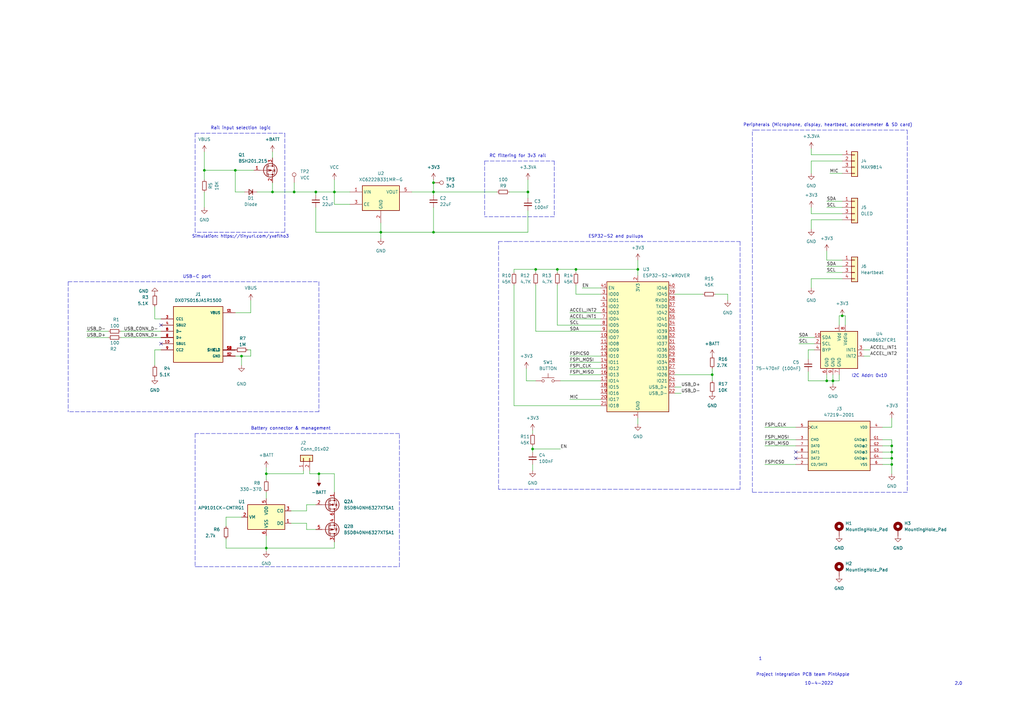
<source format=kicad_sch>
(kicad_sch (version 20211123) (generator eeschema)
  (paper "A3")
  (lib_symbols
    (symbol "47219-2001:47219-2001" (pin_names (offset 1.016))
      (property "Reference" "J" (at -12.7 10.922 0))
      (property "Value" "47219-2001" (at -12.7 -11.938 0))
      (symbol "47219-2001_0_0"
        (rectangle (start -12.7 -10.16) (end 12.7 10.16) (stroke (width 0.254)) (fill (type background)))
        (pin bidirectional line (at -17.78 -5.08 0) (length 5.08) (name "DAT2") (number "1"))
        (pin bidirectional line (at -17.78 -7.62 0) (length 5.08) (name "CD/DAT3") (number "2"))
        (pin bidirectional line (at -17.78 2.54 0) (length 5.08) (name "CMD") (number "3"))
        (pin power_in line (at 17.78 7.62 180) (length 5.08) (name "VDD") (number "4"))
        (pin input clock (at -17.78 7.62 0) (length 5.08) (name "CLK") (number "5"))
        (pin power_in line (at 17.78 -7.62 180) (length 5.08) (name "VSS") (number "6"))
        (pin bidirectional line (at -17.78 0 0) (length 5.08) (name "DAT0") (number "7"))
        (pin bidirectional line (at -17.78 -2.54 0) (length 5.08) (name "DAT1") (number "8"))
        (pin power_in line (at 17.78 2.54 180) (length 5.08) (name "GND@1") (number "G1"))
        (pin power_in line (at 17.78 0 180) (length 5.08) (name "GND@2") (number "G2"))
        (pin power_in line (at 17.78 -2.54 180) (length 5.08) (name "GND@3") (number "G3"))
        (pin power_in line (at 17.78 -5.08 180) (length 5.08) (name "GND@4") (number "G4"))
      )
    )
    (symbol "Battery_Management:AP9101CK6"
      (property "Reference" "U" (at -7.62 6.35 0))
      (property "Value" "AP9101CK6" (at 7.62 6.35 0))
      (symbol "AP9101CK6_0_1"
        (rectangle (start -7.62 5.08) (end 7.62 -5.08) (stroke (width 0.254)) (fill (type background)))
      )
      (symbol "AP9101CK6_1_1"
        (pin output line (at 10.16 -2.54 180) (length 2.54) (name "DO") (number "1"))
        (pin passive line (at -10.16 0 0) (length 2.54) (name "VM") (number "2"))
        (pin output line (at 10.16 2.54 180) (length 2.54) (name "CO") (number "3"))
        (pin no_connect line (at -7.62 -2.54 0) (length 2.54) hide (name "NC") (number "4"))
        (pin power_in line (at 0 7.62 270) (length 2.54) (name "VDD") (number "5"))
        (pin power_in line (at 0 -7.62 90) (length 2.54) (name "VSS") (number "6"))
      )
    )
    (symbol "Connector:TestPoint" (pin_numbers hide) (pin_names (offset 0.762) hide)
      (property "Reference" "TP" (at 0 6.858 0))
      (property "Value" "TestPoint" (at 0 5.08 0))
      (symbol "TestPoint_0_1"
        (circle (center 0 3.302) (radius 0.762))
      )
      (symbol "TestPoint_1_1"
        (pin passive line (at 0 0 90) (length 2.54) (name "1") (number "1"))
      )
    )
    (symbol "Connector_Generic:Conn_01x02" (pin_names (offset 1.016) hide)
      (property "Reference" "J" (at 0 2.54 0))
      (property "Value" "Conn_01x02" (at 0 -5.08 0))
      (symbol "Conn_01x02_1_1"
        (rectangle (start -1.27 -2.413) (end 0 -2.667) (stroke (width 0.1524)))
        (rectangle (start -1.27 0.127) (end 0 -0.127) (stroke (width 0.1524)))
        (rectangle (start -1.27 1.27) (end 1.27 -3.81) (stroke (width 0.254)) (fill (type background)))
        (pin passive line (at -5.08 0 0) (length 3.81) (name "Pin_1") (number "1"))
        (pin passive line (at -5.08 -2.54 0) (length 3.81) (name "Pin_2") (number "2"))
      )
    )
    (symbol "Connector_Generic:Conn_01x04" (pin_names (offset 1.016) hide)
      (property "Reference" "J" (at 0 5.08 0))
      (property "Value" "Conn_01x04" (at 0 -7.62 0))
      (symbol "Conn_01x04_1_1"
        (rectangle (start -1.27 -4.953) (end 0 -5.207) (stroke (width 0.1524)))
        (rectangle (start -1.27 -2.413) (end 0 -2.667) (stroke (width 0.1524)))
        (rectangle (start -1.27 0.127) (end 0 -0.127) (stroke (width 0.1524)))
        (rectangle (start -1.27 2.667) (end 0 2.413) (stroke (width 0.1524)))
        (rectangle (start -1.27 3.81) (end 1.27 -6.35) (stroke (width 0.254)) (fill (type background)))
        (pin passive line (at -5.08 2.54 0) (length 3.81) (name "Pin_1") (number "1"))
        (pin passive line (at -5.08 0 0) (length 3.81) (name "Pin_2") (number "2"))
        (pin passive line (at -5.08 -2.54 0) (length 3.81) (name "Pin_3") (number "3"))
        (pin passive line (at -5.08 -5.08 0) (length 3.81) (name "Pin_4") (number "4"))
      )
    )
    (symbol "Device:C_Small" (pin_numbers hide) (pin_names (offset 0.254) hide)
      (property "Reference" "C" (at 0.254 1.778 0))
      (property "Value" "C_Small" (at 0.254 -2.032 0))
      (symbol "C_Small_0_1"
        (polyline (pts (xy -1.524 -0.508) (xy 1.524 -0.508)) (stroke (width 0.3302)))
        (polyline (pts (xy -1.524 0.508) (xy 1.524 0.508)) (stroke (width 0.3048)))
      )
      (symbol "C_Small_1_1"
        (pin passive line (at 0 2.54 270) (length 2.032) (name "~") (number "1"))
        (pin passive line (at 0 -2.54 90) (length 2.032) (name "~") (number "2"))
      )
    )
    (symbol "Device:D_Small" (pin_numbers hide) (pin_names (offset 0.254) hide)
      (property "Reference" "D" (at -1.27 2.032 0))
      (property "Value" "D_Small" (at -3.81 -2.032 0))
      (symbol "D_Small_0_1"
        (polyline (pts (xy -0.762 -1.016) (xy -0.762 1.016)) (stroke (width 0.254)))
        (polyline (pts (xy -0.762 0) (xy 0.762 0)))
        (polyline (pts (xy 0.762 -1.016) (xy -0.762 0) (xy 0.762 1.016) (xy 0.762 -1.016)) (stroke (width 0.254)))
      )
      (symbol "D_Small_1_1"
        (pin passive line (at -2.54 0 0) (length 1.778) (name "K") (number "1"))
        (pin passive line (at 2.54 0 180) (length 1.778) (name "A") (number "2"))
      )
    )
    (symbol "Device:R_Small" (pin_numbers hide) (pin_names (offset 0.254) hide)
      (property "Reference" "R" (at 0.762 0.508 0))
      (property "Value" "R_Small" (at 0.762 -1.016 0))
      (symbol "R_Small_0_1"
        (rectangle (start -0.762 1.778) (end 0.762 -1.778) (stroke (width 0.2032)))
      )
      (symbol "R_Small_1_1"
        (pin passive line (at 0 2.54 270) (length 0.762) (name "~") (number "1"))
        (pin passive line (at 0 -2.54 90) (length 0.762) (name "~") (number "2"))
      )
    )
    (symbol "Mechanical:MountingHole_Pad" (pin_numbers hide) (pin_names (offset 1.016) hide)
      (property "Reference" "H" (at 0 6.35 0))
      (property "Value" "MountingHole_Pad" (at 0 4.445 0))
      (symbol "MountingHole_Pad_0_1"
        (circle (center 0 1.27) (radius 1.27) (stroke (width 1.27)))
      )
      (symbol "MountingHole_Pad_1_1"
        (pin input line (at 0 -2.54 90) (length 2.54) (name "1") (number "1"))
      )
    )
    (symbol "RF_Module:ESP32-S2-WROVER"
      (property "Reference" "U" (at -12.7 29.21 0))
      (property "Value" "ESP32-S2-WROVER" (at 2.54 29.21 0))
      (symbol "ESP32-S2-WROVER_0_1"
        (rectangle (start -12.7 27.94) (end 12.7 -25.4) (stroke (width 0.254)) (fill (type background)))
      )
      (symbol "ESP32-S2-WROVER_1_1"
        (pin power_in line (at 0 -27.94 90) (length 2.54) (name "GND") (number "1"))
        (pin bidirectional line (at -15.24 5.08 0) (length 2.54) (name "IO07") (number "10"))
        (pin bidirectional line (at -15.24 2.54 0) (length 2.54) (name "IO08") (number "11"))
        (pin bidirectional line (at -15.24 0 0) (length 2.54) (name "IO09") (number "12"))
        (pin bidirectional line (at -15.24 -2.54 0) (length 2.54) (name "IO10") (number "13"))
        (pin bidirectional line (at -15.24 -5.08 0) (length 2.54) (name "IO11") (number "14"))
        (pin bidirectional line (at -15.24 -7.62 0) (length 2.54) (name "IO12") (number "15"))
        (pin bidirectional line (at -15.24 -10.16 0) (length 2.54) (name "IO13") (number "16"))
        (pin bidirectional line (at -15.24 -12.7 0) (length 2.54) (name "IO14") (number "17"))
        (pin bidirectional line (at -15.24 -15.24 0) (length 2.54) (name "IO15") (number "18"))
        (pin bidirectional line (at -15.24 -17.78 0) (length 2.54) (name "IO16") (number "19"))
        (pin power_in line (at 0 30.48 270) (length 2.54) (name "3V3") (number "2"))
        (pin bidirectional line (at -15.24 -20.32 0) (length 2.54) (name "IO17") (number "20"))
        (pin bidirectional line (at -15.24 -22.86 0) (length 2.54) (name "IO18") (number "21"))
        (pin bidirectional line (at 15.24 -17.78 180) (length 2.54) (name "USB_D-") (number "22"))
        (pin bidirectional line (at 15.24 -15.24 180) (length 2.54) (name "USB_D+") (number "23"))
        (pin bidirectional line (at 15.24 -12.7 180) (length 2.54) (name "IO21") (number "24"))
        (pin bidirectional line (at 15.24 -10.16 180) (length 2.54) (name "IO26") (number "25"))
        (pin passive line (at 0 -27.94 90) (length 2.54) hide (name "GND") (number "26"))
        (pin bidirectional line (at 15.24 -7.62 180) (length 2.54) (name "IO33") (number "27"))
        (pin bidirectional line (at 15.24 -5.08 180) (length 2.54) (name "IO34") (number "28"))
        (pin bidirectional line (at 15.24 -2.54 180) (length 2.54) (name "IO35") (number "29"))
        (pin bidirectional line (at -15.24 22.86 0) (length 2.54) (name "IO00") (number "3"))
        (pin bidirectional line (at 15.24 0 180) (length 2.54) (name "IO36") (number "30"))
        (pin bidirectional line (at 15.24 2.54 180) (length 2.54) (name "IO37") (number "31"))
        (pin bidirectional line (at 15.24 5.08 180) (length 2.54) (name "IO38") (number "32"))
        (pin bidirectional line (at 15.24 7.62 180) (length 2.54) (name "IO39") (number "33"))
        (pin bidirectional line (at 15.24 10.16 180) (length 2.54) (name "IO40") (number "34"))
        (pin bidirectional line (at 15.24 12.7 180) (length 2.54) (name "IO41") (number "35"))
        (pin bidirectional line (at 15.24 15.24 180) (length 2.54) (name "IO42") (number "36"))
        (pin bidirectional line (at 15.24 17.78 180) (length 2.54) (name "TXD0") (number "37"))
        (pin bidirectional line (at 15.24 20.32 180) (length 2.54) (name "RXD0") (number "38"))
        (pin bidirectional line (at 15.24 22.86 180) (length 2.54) (name "IO45") (number "39"))
        (pin bidirectional line (at -15.24 20.32 0) (length 2.54) (name "IO01") (number "4"))
        (pin input line (at 15.24 25.4 180) (length 2.54) (name "IO46") (number "40"))
        (pin input line (at -15.24 25.4 0) (length 2.54) (name "EN") (number "41"))
        (pin passive line (at 0 -27.94 90) (length 2.54) hide (name "GND") (number "42"))
        (pin passive line (at 0 -27.94 90) (length 2.54) hide (name "GND") (number "43"))
        (pin bidirectional line (at -15.24 17.78 0) (length 2.54) (name "IO02") (number "5"))
        (pin bidirectional line (at -15.24 15.24 0) (length 2.54) (name "IO03") (number "6"))
        (pin bidirectional line (at -15.24 12.7 0) (length 2.54) (name "IO04") (number "7"))
        (pin bidirectional line (at -15.24 10.16 0) (length 2.54) (name "IO05") (number "8"))
        (pin bidirectional line (at -15.24 7.62 0) (length 2.54) (name "IO06") (number "9"))
      )
    )
    (symbol "Regulator_Linear:XC6220B331MR"
      (property "Reference" "U" (at 0 8.89 0))
      (property "Value" "XC6220B331MR" (at 0 6.35 0))
      (symbol "XC6220B331MR_0_1"
        (rectangle (start -7.62 5.08) (end 7.62 -5.08) (stroke (width 0.254)) (fill (type background)))
      )
      (symbol "XC6220B331MR_1_1"
        (pin power_in line (at -12.7 2.54 0) (length 5.08) (name "VIN") (number "1"))
        (pin power_in line (at 0 -10.16 90) (length 5.08) (name "GND") (number "2"))
        (pin input line (at -12.7 -2.54 0) (length 5.08) (name "CE") (number "3"))
        (pin no_connect line (at 12.7 -2.54 180) (length 5.08) hide (name "NC") (number "4"))
        (pin power_out line (at 12.7 2.54 180) (length 5.08) (name "VOUT") (number "5"))
      )
    )
    (symbol "Sensor_Motion:MMA8653FCR1"
      (property "Reference" "U" (at -7.62 8.89 0))
      (property "Value" "MMA8653FCR1" (at 1.27 -8.89 0))
      (symbol "MMA8653FCR1_0_1"
        (rectangle (start -7.62 7.62) (end 7.62 -7.62) (stroke (width 0.254)) (fill (type background)))
      )
      (symbol "MMA8653FCR1_1_1"
        (pin power_in line (at 0 10.16 270) (length 2.54) (name "Vdd") (number "1"))
        (pin input line (at -10.16 5.08 0) (length 2.54) (name "SDA") (number "10"))
        (pin input line (at -10.16 2.54 0) (length 2.54) (name "SCL") (number "2"))
        (pin output line (at 10.16 0 180) (length 2.54) (name "INT1") (number "3"))
        (pin input line (at -10.16 0 0) (length 2.54) (name "BYP") (number "4"))
        (pin output line (at 10.16 -2.54 180) (length 2.54) (name "INT2") (number "5"))
        (pin power_in line (at -5.08 -10.16 90) (length 2.54) (name "GND") (number "6"))
        (pin power_in line (at 0 -10.16 90) (length 2.54) (name "GND") (number "7"))
        (pin power_in line (at 2.54 10.16 270) (length 2.54) (name "Vddio") (number "8"))
        (pin power_in line (at -2.54 -10.16 90) (length 2.54) (name "GND") (number "9"))
      )
    )
    (symbol "Switch:SW_Push" (pin_numbers hide) (pin_names (offset 1.016) hide)
      (property "Reference" "SW" (at 1.27 2.54 0))
      (property "Value" "SW_Push" (at 0 -1.524 0))
      (symbol "SW_Push_0_1"
        (circle (center -2.032 0) (radius 0.508))
        (polyline (pts (xy 0 1.27) (xy 0 3.048)))
        (polyline (pts (xy 2.54 1.27) (xy -2.54 1.27)))
        (circle (center 2.032 0) (radius 0.508))
        (pin passive line (at -5.08 0 0) (length 2.54) (name "1") (number "1"))
        (pin passive line (at 5.08 0 180) (length 2.54) (name "2") (number "2"))
      )
    )
    (symbol "Transistor_FET:AO3401A" (pin_names hide)
      (property "Reference" "Q" (at 5.08 1.905 0))
      (property "Value" "AO3401A" (at 5.08 0 0))
      (symbol "AO3401A_0_1"
        (polyline (pts (xy 0.254 0) (xy -2.54 0)))
        (polyline (pts (xy 0.254 1.905) (xy 0.254 -1.905)) (stroke (width 0.254)))
        (polyline (pts (xy 0.762 -1.27) (xy 0.762 -2.286)) (stroke (width 0.254)))
        (polyline (pts (xy 0.762 0.508) (xy 0.762 -0.508)) (stroke (width 0.254)))
        (polyline (pts (xy 0.762 2.286) (xy 0.762 1.27)) (stroke (width 0.254)))
        (polyline (pts (xy 2.54 2.54) (xy 2.54 1.778)))
        (polyline (pts (xy 2.54 -2.54) (xy 2.54 0) (xy 0.762 0)))
        (polyline (pts (xy 0.762 1.778) (xy 3.302 1.778) (xy 3.302 -1.778) (xy 0.762 -1.778)))
        (polyline (pts (xy 2.286 0) (xy 1.27 0.381) (xy 1.27 -0.381) (xy 2.286 0)) (fill (type outline)))
        (polyline (pts (xy 2.794 -0.508) (xy 2.921 -0.381) (xy 3.683 -0.381) (xy 3.81 -0.254)))
        (polyline (pts (xy 3.302 -0.381) (xy 2.921 0.254) (xy 3.683 0.254) (xy 3.302 -0.381)))
        (circle (center 1.651 0) (radius 2.794) (stroke (width 0.254)))
        (circle (center 2.54 -1.778) (radius 0.254) (fill (type outline)))
        (circle (center 2.54 1.778) (radius 0.254) (fill (type outline)))
      )
      (symbol "AO3401A_1_1"
        (pin input line (at -5.08 0 0) (length 2.54) (name "G") (number "1"))
        (pin passive line (at 2.54 -5.08 90) (length 2.54) (name "S") (number "2"))
        (pin passive line (at 2.54 5.08 270) (length 2.54) (name "D") (number "3"))
      )
    )
    (symbol "Transistor_FET:BSD235C" (pin_names hide)
      (property "Reference" "Q" (at 5.08 2.54 0))
      (property "Value" "BSD235C" (at 5.08 0 0))
      (symbol "BSD235C_1_1"
        (polyline (pts (xy 0.254 -1.905) (xy 0.254 1.905)) (stroke (width 0.254)))
        (polyline (pts (xy 0.254 0) (xy -2.54 0)))
        (polyline (pts (xy 0.762 -2.286) (xy 0.762 -1.27)) (stroke (width 0.254)))
        (polyline (pts (xy 0.762 -0.508) (xy 0.762 0.508)) (stroke (width 0.254)))
        (polyline (pts (xy 0.762 1.27) (xy 0.762 2.286)) (stroke (width 0.254)))
        (polyline (pts (xy 2.54 1.905) (xy 2.54 2.54)))
        (polyline (pts (xy 2.54 -2.54) (xy 2.54 0) (xy 0.762 0)))
        (polyline (pts (xy 0.762 1.778) (xy 3.302 1.778) (xy 3.302 -1.778) (xy 0.762 -1.778)))
        (polyline (pts (xy 1.016 0) (xy 2.032 -0.381) (xy 2.032 0.381) (xy 1.016 0)) (fill (type outline)))
        (polyline (pts (xy 2.794 0.508) (xy 2.921 0.381) (xy 3.683 0.381) (xy 3.81 0.254)))
        (polyline (pts (xy 3.302 0.381) (xy 2.921 -0.254) (xy 3.683 -0.254) (xy 3.302 0.381)))
        (circle (center 1.651 0) (radius 2.794) (stroke (width 0.254)))
        (circle (center 2.54 -1.778) (radius 0.254) (fill (type outline)))
        (circle (center 2.54 1.778) (radius 0.254) (fill (type outline)))
        (pin passive line (at 2.54 -5.08 90) (length 2.54) (name "SN") (number "1"))
        (pin input line (at -5.08 0 0) (length 2.54) (name "GN") (number "2"))
        (pin passive line (at 2.54 5.08 270) (length 2.54) (name "DN") (number "6"))
      )
      (symbol "BSD235C_2_1"
        (polyline (pts (xy 0.254 0) (xy -2.54 0)))
        (polyline (pts (xy 0.254 1.905) (xy 0.254 -1.905)) (stroke (width 0.254)))
        (polyline (pts (xy 0.762 -1.27) (xy 0.762 -2.286)) (stroke (width 0.254)))
        (polyline (pts (xy 0.762 0.508) (xy 0.762 -0.508)) (stroke (width 0.254)))
        (polyline (pts (xy 0.762 2.286) (xy 0.762 1.27)) (stroke (width 0.254)))
        (polyline (pts (xy 2.54 -1.905) (xy 2.54 -2.54)))
        (polyline (pts (xy 2.54 2.54) (xy 2.54 0) (xy 0.762 0)))
        (polyline (pts (xy 0.762 -1.778) (xy 3.302 -1.778) (xy 3.302 1.778) (xy 0.762 1.778)))
        (polyline (pts (xy 2.286 0) (xy 1.27 -0.381) (xy 1.27 0.381) (xy 2.286 0)) (fill (type outline)))
        (polyline (pts (xy 2.794 0.508) (xy 2.921 0.381) (xy 3.683 0.381) (xy 3.81 0.254)))
        (polyline (pts (xy 3.302 0.381) (xy 2.921 -0.254) (xy 3.683 -0.254) (xy 3.302 0.381)))
        (circle (center 1.651 0) (radius 2.794) (stroke (width 0.254)))
        (circle (center 2.54 -1.778) (radius 0.254) (fill (type outline)))
        (circle (center 2.54 1.778) (radius 0.254) (fill (type outline)))
        (pin passive line (at 2.54 -5.08 90) (length 2.54) (name "DP") (number "3"))
        (pin passive line (at 2.54 5.08 270) (length 2.54) (name "SP") (number "4"))
        (pin input line (at -5.08 0 0) (length 2.54) (name "GP") (number "5"))
      )
    )
    (symbol "USB-C:DX07S016JA1R1500" (pin_names (offset 1.016))
      (property "Reference" "J" (at -10.16 11.43 0))
      (property "Value" "DX07S016JA1R1500" (at -10.16 -13.97 0))
      (symbol "DX07S016JA1R1500_0_0"
        (rectangle (start -10.16 -12.7) (end 10.16 10.16) (stroke (width 0.254)) (fill (type background)))
        (pin power_in line (at 15.24 -10.16 180) (length 5.08) (name "GND") (number "1"))
        (pin passive line (at -15.24 -5.08 0) (length 5.08) (name "SBU1") (number "10"))
        (pin power_in line (at 15.24 7.62 180) (length 5.08) (name "VBUS") (number "11"))
        (pin power_in line (at 15.24 -10.16 180) (length 5.08) (name "GND") (number "12"))
        (pin power_in line (at 15.24 7.62 180) (length 5.08) (name "VBUS") (number "2"))
        (pin passive line (at -15.24 5.08 0) (length 5.08) (name "CC1") (number "3"))
        (pin passive line (at -15.24 2.54 0) (length 5.08) (name "SBU2") (number "4"))
        (pin passive line (at -15.24 0 0) (length 5.08) (name "D-") (number "5"))
        (pin passive line (at -15.24 -2.54 0) (length 5.08) (name "D+") (number "6"))
        (pin passive line (at -15.24 -2.54 0) (length 5.08) (name "D+") (number "7"))
        (pin passive line (at -15.24 0 0) (length 5.08) (name "D-") (number "8"))
        (pin passive line (at -15.24 -7.62 0) (length 5.08) (name "CC2") (number "9"))
        (pin passive line (at 15.24 -7.62 180) (length 5.08) (name "SHIELD") (number "S1"))
        (pin passive line (at 15.24 -7.62 180) (length 5.08) (name "SHIELD") (number "S2"))
        (pin passive line (at 15.24 -7.62 180) (length 5.08) (name "SHIELD") (number "S3"))
        (pin passive line (at 15.24 -7.62 180) (length 5.08) (name "SHIELD") (number "S4"))
        (pin passive line (at 15.24 -7.62 180) (length 5.08) (name "SHIELD") (number "S5"))
        (pin passive line (at 15.24 -7.62 180) (length 5.08) (name "SHIELD") (number "S6"))
      )
    )
    (symbol "power:+3.3V" (power) (pin_names (offset 0))
      (property "Value" "+3.3V" (at 0 3.556 0))
      (symbol "+3.3V_0_1"
        (polyline (pts (xy -0.762 1.27) (xy 0 2.54)))
        (polyline (pts (xy 0 0) (xy 0 2.54)))
        (polyline (pts (xy 0 2.54) (xy 0.762 1.27)))
      )
      (symbol "+3.3V_1_1"
        (pin power_in line (at 0 0 90) (length 0) hide (name "+3V3") (number "1"))
      )
    )
    (symbol "power:+3.3VA" (power) (pin_names (offset 0))
      (property "Value" "+3.3VA" (at 0 3.556 0))
      (symbol "+3.3VA_0_1"
        (polyline (pts (xy -0.762 1.27) (xy 0 2.54)))
        (polyline (pts (xy 0 0) (xy 0 2.54)))
        (polyline (pts (xy 0 2.54) (xy 0.762 1.27)))
      )
      (symbol "+3.3VA_1_1"
        (pin power_in line (at 0 0 90) (length 0) hide (name "+3.3VA") (number "1"))
      )
    )
    (symbol "power:+BATT" (power) (pin_names (offset 0))
      (property "Value" "+BATT" (at 0 3.556 0))
      (symbol "+BATT_0_1"
        (polyline (pts (xy -0.762 1.27) (xy 0 2.54)))
        (polyline (pts (xy 0 0) (xy 0 2.54)))
        (polyline (pts (xy 0 2.54) (xy 0.762 1.27)))
      )
      (symbol "+BATT_1_1"
        (pin power_in line (at 0 0 90) (length 0) hide (name "+BATT") (number "1"))
      )
    )
    (symbol "power:-BATT" (power) (pin_names (offset 0))
      (property "Value" "-BATT" (at 0 3.556 0))
      (symbol "-BATT_0_1"
        (polyline (pts (xy 0 0) (xy 0 2.54)))
        (polyline (pts (xy 0.762 1.27) (xy -0.762 1.27) (xy 0 2.54) (xy 0.762 1.27)) (fill (type outline)))
      )
      (symbol "-BATT_1_1"
        (pin power_in line (at 0 0 90) (length 0) hide (name "-BATT") (number "1"))
      )
    )
    (symbol "power:GND" (power) (pin_names (offset 0))
      (property "Value" "GND" (at 0 -3.81 0))
      (symbol "GND_0_1"
        (polyline (pts (xy 0 0) (xy 0 -1.27) (xy 1.27 -1.27) (xy 0 -2.54) (xy -1.27 -1.27) (xy 0 -1.27)))
      )
      (symbol "GND_1_1"
        (pin power_in line (at 0 0 270) (length 0) hide (name "GND") (number "1"))
      )
    )
    (symbol "power:VBUS" (power) (pin_names (offset 0))
      (property "Value" "VBUS" (at 0 3.81 0))
      (symbol "VBUS_0_1"
        (polyline (pts (xy -0.762 1.27) (xy 0 2.54)))
        (polyline (pts (xy 0 0) (xy 0 2.54)))
        (polyline (pts (xy 0 2.54) (xy 0.762 1.27)))
      )
      (symbol "VBUS_1_1"
        (pin power_in line (at 0 0 90) (length 0) hide (name "VBUS") (number "1"))
      )
    )
    (symbol "power:VCC" (power) (pin_names (offset 0))
      (property "Value" "VCC" (at 0 3.81 0))
      (symbol "VCC_0_1"
        (polyline (pts (xy -0.762 1.27) (xy 0 2.54)))
        (polyline (pts (xy 0 0) (xy 0 2.54)))
        (polyline (pts (xy 0 2.54) (xy 0.762 1.27)))
      )
      (symbol "VCC_1_1"
        (pin power_in line (at 0 0 90) (length 0) hide (name "VCC") (number "1"))
      )
    )
  )
  (junction (at 365.76 187.96))
  (junction (at 261.62 110.49))
  (junction (at 219.71 110.49))
  (junction (at 137.16 78.74))
  (junction (at 99.06 146.05))
  (junction (at 292.1 153.67))
  (junction (at 109.22 194.31))
  (junction (at 177.8 95.25))
  (junction (at 228.6 110.49))
  (junction (at 96.52 69.85))
  (junction (at 339.09 156.21))
  (junction (at 218.44 184.15))
  (junction (at 345.44 129.54))
  (junction (at 236.22 110.49))
  (junction (at 365.76 182.88))
  (junction (at 111.76 78.74))
  (junction (at 177.8 74.93))
  (junction (at 130.81 194.31))
  (junction (at 129.54 78.74))
  (junction (at 120.65 78.74))
  (junction (at 341.63 156.21))
  (junction (at 109.22 224.79))
  (junction (at 365.76 185.42))
  (junction (at 156.21 95.25))
  (junction (at 365.76 190.5))
  (junction (at 177.8 78.74))
  (junction (at 83.82 69.85))
  (junction (at 216.535 78.74))
  (no_connect (at 326.39 185.42))
  (no_connect (at 326.39 187.96))
  (no_connect (at 66.04 133.35))
  (no_connect (at 66.04 140.97))
  (wire (pts (xy 219.71 110.49) (xy 219.71 111.76)))
  (wire (pts (xy 361.95 187.96) (xy 365.76 187.96)))
  (wire (pts (xy 210.82 110.49) (xy 219.71 110.49)))
  (wire (pts (xy 276.86 153.67) (xy 292.1 153.67)))
  (wire (pts (xy 236.22 110.49) (xy 261.62 110.49)))
  (wire (pts (xy 340.36 71.12) (xy 345.44 71.12)))
  (wire (pts (xy 238.76 118.11) (xy 246.38 118.11)))
  (wire (pts (xy 346.71 129.54) (xy 345.44 129.54)))
  (polyline (pts (xy 27.94 115.57) (xy 27.94 168.91)))
  (wire (pts (xy 339.09 102.87) (xy 339.09 106.68)))
  (wire (pts (xy 218.44 176.53) (xy 218.44 177.8)))
  (wire (pts (xy 215.9 156.21) (xy 219.71 156.21)))
  (wire (pts (xy 156.21 95.25) (xy 156.21 97.79)))
  (wire (pts (xy 292.1 153.67) (xy 292.1 151.13)))
  (wire (pts (xy 83.82 78.74) (xy 83.82 85.09)))
  (wire (pts (xy 92.71 215.9) (xy 92.71 212.09)))
  (wire (pts (xy 341.63 153.67) (xy 341.63 156.21)))
  (wire (pts (xy 101.6 143.51) (xy 102.87 143.51)))
  (wire (pts (xy 215.9 151.13) (xy 215.9 156.21)))
  (wire (pts (xy 332.74 66.04) (xy 332.74 71.12)))
  (polyline (pts (xy 303.53 99.06) (xy 303.53 200.66)))
  (wire (pts (xy 354.33 143.51) (xy 356.87 143.51)))
  (wire (pts (xy 229.87 156.21) (xy 246.38 156.21)))
  (wire (pts (xy 177.8 85.09) (xy 177.8 95.25)))
  (polyline (pts (xy 227.33 66.04) (xy 227.33 88.9)))
  (wire (pts (xy 341.63 156.21) (xy 341.63 157.48)))
  (polyline (pts (xy 130.81 115.57) (xy 130.81 168.91)))
  (polyline (pts (xy 372.11 53.34) (xy 372.11 201.93)))
  (wire (pts (xy 261.62 106.68) (xy 261.62 110.49)))
  (polyline (pts (xy 204.47 99.06) (xy 208.28 99.06)))
  (polyline (pts (xy 204.47 200.66) (xy 204.47 99.06)))
  (wire (pts (xy 219.71 135.89) (xy 246.38 135.89)))
  (polyline (pts (xy 198.755 66.04) (xy 227.33 66.04)))
  (wire (pts (xy 216.535 95.25) (xy 177.8 95.25)))
  (wire (pts (xy 233.68 151.13) (xy 246.38 151.13)))
  (wire (pts (xy 233.68 163.83) (xy 246.38 163.83)))
  (wire (pts (xy 111.76 78.74) (xy 111.76 74.93)))
  (wire (pts (xy 137.16 222.25) (xy 137.16 224.79)))
  (wire (pts (xy 216.535 73.66) (xy 216.535 78.74)))
  (wire (pts (xy 361.95 180.34) (xy 365.76 180.34)))
  (wire (pts (xy 130.81 194.31) (xy 130.81 196.85)))
  (wire (pts (xy 236.22 111.76) (xy 236.22 110.49)))
  (wire (pts (xy 339.09 111.76) (xy 345.44 111.76)))
  (wire (pts (xy 313.69 190.5) (xy 326.39 190.5)))
  (wire (pts (xy 344.17 156.21) (xy 341.63 156.21)))
  (wire (pts (xy 137.16 194.31) (xy 137.16 201.93)))
  (wire (pts (xy 127 193.04) (xy 127 194.31)))
  (polyline (pts (xy 81.28 232.41) (xy 163.83 232.41)))
  (polyline (pts (xy 303.53 200.66) (xy 204.47 200.66)))
  (wire (pts (xy 96.52 128.27) (xy 102.87 128.27)))
  (wire (pts (xy 102.87 143.51) (xy 102.87 146.05)))
  (wire (pts (xy 109.22 194.31) (xy 124.46 194.31)))
  (polyline (pts (xy 116.84 95.25) (xy 80.01 95.25)))
  (wire (pts (xy 92.71 220.98) (xy 92.71 224.79)))
  (wire (pts (xy 219.71 116.84) (xy 219.71 135.89)))
  (wire (pts (xy 96.52 69.85) (xy 96.52 78.74)))
  (wire (pts (xy 120.65 78.74) (xy 111.76 78.74)))
  (polyline (pts (xy 163.83 232.41) (xy 163.83 177.8)))
  (wire (pts (xy 137.16 73.66) (xy 137.16 78.74)))
  (wire (pts (xy 63.5 143.51) (xy 66.04 143.51)))
  (wire (pts (xy 137.16 78.74) (xy 143.51 78.74)))
  (wire (pts (xy 233.68 130.81) (xy 246.38 130.81)))
  (wire (pts (xy 99.06 146.05) (xy 99.06 149.86)))
  (wire (pts (xy 361.95 182.88) (xy 365.76 182.88)))
  (wire (pts (xy 125.73 207.01) (xy 129.54 207.01)))
  (polyline (pts (xy 163.83 177.8) (xy 80.01 177.8)))
  (wire (pts (xy 216.535 86.36) (xy 216.535 95.25)))
  (wire (pts (xy 218.44 184.15) (xy 229.87 184.15)))
  (wire (pts (xy 143.51 83.82) (xy 137.16 83.82)))
  (wire (pts (xy 346.71 133.35) (xy 346.71 129.54)))
  (wire (pts (xy 365.76 185.42) (xy 365.76 187.96)))
  (polyline (pts (xy 198.755 66.04) (xy 198.755 88.9)))
  (wire (pts (xy 361.95 175.26) (xy 365.76 175.26)))
  (wire (pts (xy 293.37 120.65) (xy 298.45 120.65)))
  (wire (pts (xy 177.8 78.74) (xy 203.835 78.74)))
  (wire (pts (xy 332.74 60.96) (xy 332.74 63.5)))
  (wire (pts (xy 292.1 156.21) (xy 292.1 153.67)))
  (wire (pts (xy 120.65 78.74) (xy 129.54 78.74)))
  (wire (pts (xy 125.73 209.55) (xy 125.73 207.01)))
  (wire (pts (xy 218.44 182.88) (xy 218.44 184.15)))
  (wire (pts (xy 331.47 156.21) (xy 339.09 156.21)))
  (wire (pts (xy 228.6 110.49) (xy 228.6 111.76)))
  (wire (pts (xy 228.6 116.84) (xy 228.6 133.35)))
  (wire (pts (xy 365.76 190.5) (xy 365.76 194.31)))
  (wire (pts (xy 210.82 116.84) (xy 210.82 166.37)))
  (wire (pts (xy 137.16 83.82) (xy 137.16 78.74)))
  (wire (pts (xy 216.535 78.74) (xy 216.535 81.28)))
  (wire (pts (xy 298.45 120.65) (xy 298.45 123.19)))
  (wire (pts (xy 361.95 185.42) (xy 365.76 185.42)))
  (wire (pts (xy 177.8 73.66) (xy 177.8 74.93)))
  (wire (pts (xy 210.82 166.37) (xy 246.38 166.37)))
  (wire (pts (xy 109.22 194.31) (xy 109.22 196.85)))
  (wire (pts (xy 354.33 146.05) (xy 356.87 146.05)))
  (wire (pts (xy 129.54 78.74) (xy 129.54 80.01)))
  (polyline (pts (xy 309.88 53.34) (xy 372.11 53.34)))
  (wire (pts (xy 261.62 171.45) (xy 261.62 173.99)))
  (wire (pts (xy 35.56 135.89) (xy 44.45 135.89)))
  (wire (pts (xy 233.68 146.05) (xy 246.38 146.05)))
  (wire (pts (xy 276.86 158.75) (xy 279.4 158.75)))
  (wire (pts (xy 345.44 66.04) (xy 332.74 66.04)))
  (wire (pts (xy 111.76 62.23) (xy 111.76 64.77)))
  (wire (pts (xy 331.47 143.51) (xy 331.47 147.32)))
  (wire (pts (xy 332.74 90.17) (xy 332.74 93.98)))
  (wire (pts (xy 49.53 138.43) (xy 66.04 138.43)))
  (wire (pts (xy 119.38 214.63) (xy 125.73 214.63)))
  (wire (pts (xy 339.09 82.55) (xy 345.44 82.55)))
  (wire (pts (xy 313.69 175.26) (xy 326.39 175.26)))
  (wire (pts (xy 334.01 143.51) (xy 331.47 143.51)))
  (wire (pts (xy 109.22 219.71) (xy 109.22 224.79)))
  (polyline (pts (xy 308.61 53.34) (xy 309.88 53.34)))
  (wire (pts (xy 92.71 224.79) (xy 109.22 224.79)))
  (wire (pts (xy 365.76 182.88) (xy 365.76 185.42)))
  (wire (pts (xy 120.65 74.93) (xy 120.65 78.74)))
  (wire (pts (xy 83.82 62.23) (xy 83.82 69.85)))
  (wire (pts (xy 105.41 78.74) (xy 111.76 78.74)))
  (wire (pts (xy 137.16 224.79) (xy 109.22 224.79)))
  (polyline (pts (xy 130.81 168.91) (xy 27.94 168.91)))
  (wire (pts (xy 83.82 69.85) (xy 83.82 73.66)))
  (wire (pts (xy 49.53 135.89) (xy 66.04 135.89)))
  (wire (pts (xy 233.68 153.67) (xy 246.38 153.67)))
  (polyline (pts (xy 80.01 232.41) (xy 81.28 232.41)))
  (wire (pts (xy 156.21 91.44) (xy 156.21 95.25)))
  (wire (pts (xy 228.6 110.49) (xy 236.22 110.49)))
  (wire (pts (xy 228.6 133.35) (xy 246.38 133.35)))
  (wire (pts (xy 96.52 69.85) (xy 104.14 69.85)))
  (wire (pts (xy 100.33 78.74) (xy 96.52 78.74)))
  (wire (pts (xy 331.47 152.4) (xy 331.47 156.21)))
  (wire (pts (xy 177.8 74.93) (xy 177.8 78.74)))
  (wire (pts (xy 332.74 63.5) (xy 345.44 63.5)))
  (wire (pts (xy 124.46 194.31) (xy 124.46 193.04)))
  (wire (pts (xy 327.66 138.43) (xy 334.01 138.43)))
  (polyline (pts (xy 372.11 201.93) (xy 308.61 201.93)))
  (wire (pts (xy 129.54 95.25) (xy 156.21 95.25)))
  (wire (pts (xy 218.44 184.15) (xy 218.44 185.42)))
  (wire (pts (xy 129.54 85.09) (xy 129.54 95.25)))
  (wire (pts (xy 208.915 78.74) (xy 216.535 78.74)))
  (wire (pts (xy 233.68 128.27) (xy 246.38 128.27)))
  (wire (pts (xy 332.74 87.63) (xy 345.44 87.63)))
  (wire (pts (xy 210.82 111.76) (xy 210.82 110.49)))
  (wire (pts (xy 233.68 148.59) (xy 246.38 148.59)))
  (wire (pts (xy 63.5 143.51) (xy 63.5 149.86)))
  (wire (pts (xy 344.17 153.67) (xy 344.17 156.21)))
  (wire (pts (xy 261.62 110.49) (xy 261.62 113.03)))
  (wire (pts (xy 276.86 161.29) (xy 279.4 161.29)))
  (wire (pts (xy 109.22 224.79) (xy 109.22 226.06)))
  (wire (pts (xy 345.44 90.17) (xy 332.74 90.17)))
  (wire (pts (xy 83.82 69.85) (xy 96.52 69.85)))
  (wire (pts (xy 339.09 85.09) (xy 345.44 85.09)))
  (wire (pts (xy 129.54 78.74) (xy 137.16 78.74)))
  (polyline (pts (xy 227.33 88.9) (xy 198.755 88.9)))
  (wire (pts (xy 35.56 138.43) (xy 44.45 138.43)))
  (wire (pts (xy 177.8 78.74) (xy 177.8 80.01)))
  (wire (pts (xy 313.69 182.88) (xy 326.39 182.88)))
  (wire (pts (xy 339.09 153.67) (xy 339.09 156.21)))
  (wire (pts (xy 219.71 110.49) (xy 228.6 110.49)))
  (wire (pts (xy 361.95 190.5) (xy 365.76 190.5)))
  (wire (pts (xy 125.73 214.63) (xy 125.73 217.17)))
  (polyline (pts (xy 308.61 201.93) (xy 308.61 53.34)))
  (wire (pts (xy 102.87 146.05) (xy 99.06 146.05)))
  (wire (pts (xy 313.69 180.34) (xy 326.39 180.34)))
  (wire (pts (xy 130.81 194.31) (xy 137.16 194.31)))
  (wire (pts (xy 332.74 114.3) (xy 332.74 118.11)))
  (wire (pts (xy 339.09 156.21) (xy 341.63 156.21)))
  (polyline (pts (xy 80.01 54.61) (xy 116.84 54.61)))
  (polyline (pts (xy 208.28 99.06) (xy 303.53 99.06)))
  (wire (pts (xy 92.71 212.09) (xy 99.06 212.09)))
  (wire (pts (xy 365.76 171.45) (xy 365.76 175.26)))
  (wire (pts (xy 344.17 133.35) (xy 344.17 129.54)))
  (wire (pts (xy 218.44 190.5) (xy 218.44 193.04)))
  (wire (pts (xy 102.87 128.27) (xy 102.87 123.19)))
  (polyline (pts (xy 80.01 54.61) (xy 80.01 95.25)))
  (wire (pts (xy 109.22 191.77) (xy 109.22 194.31)))
  (wire (pts (xy 125.73 217.17) (xy 129.54 217.17)))
  (wire (pts (xy 63.5 130.81) (xy 66.04 130.81)))
  (wire (pts (xy 365.76 180.34) (xy 365.76 182.88)))
  (wire (pts (xy 96.52 146.05) (xy 99.06 146.05)))
  (wire (pts (xy 365.76 187.96) (xy 365.76 190.5)))
  (wire (pts (xy 177.8 78.74) (xy 168.91 78.74)))
  (wire (pts (xy 156.21 95.25) (xy 177.8 95.25)))
  (wire (pts (xy 344.17 129.54) (xy 345.44 129.54)))
  (wire (pts (xy 119.38 209.55) (xy 125.73 209.55)))
  (polyline (pts (xy 27.94 115.57) (xy 130.81 115.57)))
  (wire (pts (xy 63.5 125.73) (xy 63.5 130.81)))
  (wire (pts (xy 332.74 85.09) (xy 332.74 87.63)))
  (polyline (pts (xy 116.84 54.61) (xy 116.84 95.25)))
  (wire (pts (xy 339.09 106.68) (xy 345.44 106.68)))
  (wire (pts (xy 327.66 140.97) (xy 334.01 140.97)))
  (wire (pts (xy 127 194.31) (xy 130.81 194.31)))
  (wire (pts (xy 276.86 120.65) (xy 288.29 120.65)))
  (wire (pts (xy 339.09 109.22) (xy 345.44 109.22)))
  (wire (pts (xy 236.22 120.65) (xy 246.38 120.65)))
  (wire (pts (xy 236.22 116.84) (xy 236.22 120.65)))
  (wire (pts (xy 109.22 201.93) (xy 109.22 204.47)))
  (wire (pts (xy 345.44 114.3) (xy 332.74 114.3)))
  (polyline (pts (xy 80.01 177.8) (xy 80.01 232.41)))
  (text "I2C Addr: 0x1D\n" (at 349.25 154.94 0) (effects (font (size 1.27 1.27)) (justify left bottom)))
  (text "1" (at 311.1691 271.0419 0) (effects (font (size 1.27 1.27)) (justify left bottom)))
  (text "Battery connector & management" (at 102.87 176.53 0) (effects (font (size 1.27 1.27)) (justify left bottom)))
  (text "10-4-2022" (at 330.031 281.1204 0) (effects (font (size 1.27 1.27)) (justify left bottom)))
  (text "Simulation: https://tinyurl.com/yxeflho3" (at 78.74 97.79 0) (effects (font (size 1.27 1.27)) (justify left bottom)))
  (text "USB-C port" (at 74.93 114.3 0) (effects (font (size 1.27 1.27)) (justify left bottom)))
  (text "ESP32-S2 and pullups" (at 241.3 97.79 0) (effects (font (size 1.27 1.27)) (justify left bottom)))
  (text "Project Integration PCB team PintApple" (at 310.0847 277.5103 0) (effects (font (size 1.27 1.27)) (justify left bottom)))
  (text "Peripherals (Microphone, display, heartbeat, accelerometer & SD card)" (at 304.8 52.07 0) (effects (font (size 1.27 1.27)) (justify left bottom)))
  (text "Rail input selection logic" (at 86.36 53.34 0) (effects (font (size 1.27 1.27)) (justify left bottom)))
  (text "RC filtering for 3v3 rail" (at 200.66 64.77 0) (effects (font (size 1.27 1.27)) (justify left bottom)))
  (text "2.0" (at 391.5154 281.1767 0) (effects (font (size 1.27 1.27)) (justify left bottom)))
  (label "USB_D-" (at 35.56 135.89 0))
  (label "MIC" (at 340.36 71.12 0))
  (label "EN" (at 238.76 118.11 0))
  (label "SCL" (at 233.68 133.35 0))
  (label "ACCEL_INT1" (at 356.87 143.51 0))
  (label "MIC" (at 233.68 163.83 0))
  (label "FSPI_CLK" (at 313.69 175.26 0))
  (label "USB_CONN_D+" (at 50.8 138.43 0))
  (label "USB_CONN_D-" (at 50.8 135.89 0))
  (label "FSPICS0" (at 233.68 146.05 0))
  (label "ACCEL_INT1" (at 233.68 130.81 0))
  (label "USB_D+" (at 35.56 138.43 0))
  (label "USB_D+" (at 279.4 158.75 0))
  (label "SCL" (at 327.66 140.97 0))
  (label "FSPI_MISO" (at 313.69 182.88 0))
  (label "SCL" (at 339.09 111.76 0))
  (label "SDA" (at 339.09 82.55 0))
  (label "EN" (at 229.87 184.15 0))
  (label "ACCEL_INT2" (at 356.87 146.05 0))
  (label "FSPI_MOSI" (at 233.68 148.59 0))
  (label "FSPI_MISO" (at 233.68 153.67 0))
  (label "SDA" (at 327.66 138.43 0))
  (label "FSPICS0" (at 313.69 190.5 0))
  (label "FSPI_CLK" (at 233.68 151.13 0))
  (label "SCL" (at 339.09 85.09 0))
  (label "FSPI_MOSI" (at 313.69 180.34 0))
  (label "SDA" (at 339.09 109.22 0))
  (label "SDA" (at 233.68 135.89 0))
  (label "ACCEL_INT2" (at 233.68 128.27 0))
  (label "USB_D-" (at 279.4 161.29 0))
  (symbol (lib_id "power:GND") (at 261.62 173.99 0) (unit 1)
    (property "Reference" "#PWR019" (effects hide))
    (property "Value" "GND" (at 261.62 179.07 0))
  )
  (symbol (lib_id "power:GND") (at 156.21 97.79 0) (unit 1)
    (property "Reference" "#PWR012" (effects hide))
    (property "Value" "GND" (at 156.21 102.87 0))
  )
  (symbol (lib_id "Switch:SW_Push") (at 224.79 156.21 0) (unit 1)
    (property "Reference" "SW1" (at 224.79 148.59 0))
    (property "Value" "BUTTON" (at 224.79 151.13 0))
    (property "Footprint" "Button_Switch_SMD:SW_Push_1P1T_NO_CK_KSC6xxJ" (effects hide))
  )
  (symbol (lib_id "Device:R_Small") (at 218.44 180.34 180) (unit 1)
    (property "Reference" "R11" (at 213.36 179.07 0) (effects (justify right)))
    (property "Value" "45K" (at 213.36 181.61 0) (effects (justify right)))
    (property "Footprint" "Resistor_SMD:R_1206_3216Metric" (effects hide))
  )
  (symbol (lib_id "power:+3.3V") (at 345.44 129.54 0) (unit 1)
    (property "Reference" "#PWR032" (effects hide))
    (property "Value" "+3.3V" (at 345.44 124.46 0))
  )
  (symbol (lib_id "power:VCC") (at 137.16 73.66 0) (unit 1)
    (property "Reference" "#PWR011" (effects hide))
    (property "Value" "VCC" (at 137.16 68.58 0))
  )
  (symbol (lib_id "Connector_Generic:Conn_01x04") (at 350.52 66.04 0) (unit 1)
    (property "Reference" "J4" (at 353.06 66.0399 0) (effects (justify left)))
    (property "Value" "MAX9814" (at 353.06 68.5799 0) (effects (justify left)))
    (property "Footprint" "Connector_PinHeader_2.54mm:PinHeader_1x04_P2.54mm_Vertical" (effects hide))
  )
  (symbol (lib_id "Device:R_Small") (at 63.5 123.19 0) (mirror x) (unit 1)
    (property "Reference" "R3" (at 60.96 121.92 0) (effects (justify right)))
    (property "Value" "5.1K" (at 60.96 124.46 0) (effects (justify right)))
    (property "Footprint" "Resistor_SMD:R_1206_3216Metric" (effects hide))
  )
  (symbol (lib_id "Device:C_Small") (at 177.8 82.55 0) (unit 1)
    (property "Reference" "C2" (at 180.34 81.2862 0) (effects (justify left)))
    (property "Value" "22uF" (at 180.34 83.8262 0) (effects (justify left)))
    (property "Footprint" "Capacitor_SMD:C_1206_3216Metric" (effects hide))
  )
  (symbol (lib_id "power:+3.3V") (at 177.8 73.66 0) (unit 1)
    (property "Reference" "#PWR013" (effects hide))
    (property "Value" "+3.3V" (at 177.8 68.58 0))
  )
  (symbol (lib_id "power:GND") (at 344.17 236.22 0) (unit 1)
    (property "Reference" "#PWR031" (effects hide))
    (property "Value" "GND" (at 344.17 241.3 0))
  )
  (symbol (lib_id "power:+3.3V") (at 365.76 171.45 0) (unit 1)
    (property "Reference" "#PWR033" (effects hide))
    (property "Value" "+3.3V" (at 365.76 166.37 0))
  )
  (symbol (lib_id "power:GND") (at 292.1 161.29 0) (unit 1)
    (property "Reference" "#PWR021" (effects hide))
    (property "Value" "GND" (at 292.1 166.37 0))
  )
  (symbol (lib_id "Mechanical:MountingHole_Pad") (at 368.3 217.17 0) (unit 1)
    (property "Reference" "H3" (at 370.84 214.6299 0) (effects (justify left)))
    (property "Value" "MountingHole_Pad" (at 370.84 217.1699 0) (effects (justify left)))
    (property "Footprint" "MountingHole:MountingHole_2.2mm_M2_Pad" (effects hide))
  )
  (symbol (lib_id "Device:R_Small") (at 210.82 114.3 180) (unit 1)
    (property "Reference" "R10" (at 205.74 113.03 0) (effects (justify right)))
    (property "Value" "45K" (at 205.74 115.57 0) (effects (justify right)))
    (property "Footprint" "Resistor_SMD:R_1206_3216Metric" (effects hide))
  )
  (symbol (lib_id "Device:R_Small") (at 109.22 199.39 180) (unit 1)
    (property "Reference" "R8" (at 105.41 198.12 0))
    (property "Value" "330-370" (at 102.87 200.66 0))
    (property "Footprint" "Resistor_SMD:R_1206_3216Metric" (effects hide))
  )
  (symbol (lib_id "Device:R_Small") (at 46.99 138.43 90) (unit 1)
    (property "Reference" "R2" (at 45.144 143.1407 90) (effects (justify right)))
    (property "Value" "100" (at 45.144 140.6007 90) (effects (justify right)))
    (property "Footprint" "Resistor_SMD:R_1206_3216Metric" (effects hide))
  )
  (symbol (lib_id "power:GND") (at 218.44 193.04 0) (unit 1)
    (property "Reference" "#PWR017" (effects hide))
    (property "Value" "GND" (at 218.44 198.12 0))
  )
  (symbol (lib_id "power:+3.3V") (at 215.9 151.13 0) (unit 1)
    (property "Reference" "#PWR014" (effects hide))
    (property "Value" "+3.3V" (at 215.9 146.05 0))
  )
  (symbol (lib_id "Device:R_Small") (at 292.1 148.59 0) (mirror x) (unit 1)
    (property "Reference" "R16" (at 298.45 147.32 0) (effects (justify right)))
    (property "Value" "2.7K" (at 298.45 149.86 0) (effects (justify right)))
    (property "Footprint" "Resistor_SMD:R_1206_3216Metric" (effects hide))
  )
  (symbol (lib_id "power:+3.3VA") (at 216.535 73.66 0) (unit 1)
    (property "Reference" "#PWR015" (effects hide))
    (property "Value" "+3.3VA" (at 216.535 68.58 0))
  )
  (symbol (lib_id "power:VBUS") (at 83.82 62.23 0) (unit 1)
    (property "Reference" "#PWR03" (effects hide))
    (property "Value" "VBUS" (at 83.82 57.15 0))
  )
  (symbol (lib_id "power:+3.3V") (at 332.74 85.09 0) (unit 1)
    (property "Reference" "#PWR025" (effects hide))
    (property "Value" "+3.3V" (at 332.74 80.01 0))
  )
  (symbol (lib_id "power:GND") (at 332.74 71.12 0) (unit 1)
    (property "Reference" "#PWR024" (effects hide))
    (property "Value" "GND" (at 332.74 76.2 0))
  )
  (symbol (lib_id "Device:C_Small") (at 129.54 82.55 0) (unit 1)
    (property "Reference" "C1" (at 132.08 81.2862 0) (effects (justify left)))
    (property "Value" "22uF" (at 132.08 83.8262 0) (effects (justify left)))
    (property "Footprint" "Capacitor_SMD:C_1206_3216Metric" (effects hide))
  )
  (symbol (lib_id "power:+BATT") (at 111.76 62.23 0) (unit 1)
    (property "Reference" "#PWR09" (effects hide))
    (property "Value" "+BATT" (at 111.76 57.15 0))
  )
  (symbol (lib_id "RF_Module:ESP32-S2-WROVER") (at 261.62 143.51 0) (unit 1)
    (property "Reference" "U3" (at 263.6394 110.49 0) (effects (justify left)))
    (property "Value" "ESP32-S2-WROVER" (at 263.6394 113.03 0) (effects (justify left)))
    (property "Footprint" "RF_Module:ESP32-S2-WROVER" (effects hide))
    (property "Datasheet" "https://www.espressif.com/sites/default/files/documentation/esp32-s2-wroom_esp32-s2-wroom-i_datasheet_en.pdf" (effects hide))
  )
  (symbol (lib_id "Transistor_FET:AO3401A") (at 109.22 69.85 0) (unit 1)
    (property "Reference" "Q1" (at 97.79 63.5 0) (effects (justify left)))
    (property "Value" "BSH201,215 " (at 97.79 66.04 0) (effects (justify left)))
    (property "Footprint" "Package_TO_SOT_SMD:SOT-23" (effects hide))
    (property "Datasheet" "http://www.aosmd.com/pdfs/datasheet/AO3401A.pdf" (effects hide))
  )
  (symbol (lib_id "Connector_Generic:Conn_01x04") (at 350.52 109.22 0) (unit 1)
    (property "Reference" "J6" (at 353.06 109.2199 0) (effects (justify left)))
    (property "Value" "Heartbeat" (at 353.06 111.7599 0) (effects (justify left)))
    (property "Footprint" "Connector_PinHeader_2.54mm:PinHeader_1x04_P2.54mm_Vertical" (effects hide))
  )
  (symbol (lib_id "Connector:TestPoint") (at 177.8 74.93 270) (unit 1)
    (property "Reference" "TP3" (at 182.88 73.6599 90) (effects (justify left)))
    (property "Value" "3v3" (at 182.88 76.1999 90) (effects (justify left)))
    (property "Footprint" "TestPoint:TestPoint_Pad_D1.0mm" (effects hide))
  )
  (symbol (lib_id "Regulator_Linear:XC6220B331MR") (at 156.21 81.28 0) (unit 1)
    (property "Reference" "U2" (at 156.21 71.12 0))
    (property "Value" "XC6222B331MR-G" (at 156.21 73.66 0))
    (property "Footprint" "Package_TO_SOT_SMD:SOT-23-5" (effects hide))
    (property "Datasheet" "https://www.torexsemi.com/file/xc6220/XC6220.pdf" (effects hide))
  )
  (symbol (lib_id "Connector_Generic:Conn_01x02") (at 124.46 187.96 90) (unit 1)
    (property "Reference" "J2" (at 123.19 181.61 90) (effects (justify right)))
    (property "Value" "Conn_01x02" (at 123.19 184.15 90) (effects (justify right)))
    (property "Footprint" "Connector_PinHeader_2.54mm:PinHeader_1x02_P2.54mm_Vertical" (effects hide))
  )
  (symbol (lib_id "Device:R_Small") (at 236.22 114.3 180) (unit 1)
    (property "Reference" "R14" (at 231.14 113.03 0) (effects (justify right)))
    (property "Value" "45K" (at 231.14 115.57 0) (effects (justify right)))
    (property "Footprint" "Resistor_SMD:R_1206_3216Metric" (effects hide))
  )
  (symbol (lib_id "Device:R_Small") (at 206.375 78.74 270) (unit 1)
    (property "Reference" "R9" (at 206.375 76.2 90))
    (property "Value" "100" (at 206.375 73.66 90))
    (property "Footprint" "Resistor_SMD:R_1206_3216Metric" (effects hide))
  )
  (symbol (lib_id "Device:C_Small") (at 331.47 149.86 0) (unit 1)
    (property "Reference" "C5" (at 325.12 148.59 0) (effects (justify left)))
    (property "Value" "75-470nF (100nF)" (at 309.88 151.13 0) (effects (justify left)))
    (property "Footprint" "Capacitor_SMD:C_1206_3216Metric" (effects hide))
  )
  (symbol (lib_id "power:+BATT") (at 109.22 191.77 0) (unit 1)
    (property "Reference" "#PWR07" (effects hide))
    (property "Value" "+BATT" (at 109.22 186.69 0))
  )
  (symbol (lib_id "Mechanical:MountingHole_Pad") (at 344.17 217.17 0) (unit 1)
    (property "Reference" "H1" (at 346.71 214.6299 0) (effects (justify left)))
    (property "Value" "MountingHole_Pad" (at 346.71 217.1699 0) (effects (justify left)))
    (property "Footprint" "MountingHole:MountingHole_2.2mm_M2_Pad" (effects hide))
  )
  (symbol (lib_id "power:VBUS") (at 102.87 123.19 0) (unit 1)
    (property "Reference" "#PWR06" (effects hide))
    (property "Value" "VBUS" (at 102.87 118.11 0))
  )
  (symbol (lib_id "power:+3.3V") (at 261.62 106.68 0) (unit 1)
    (property "Reference" "#PWR018" (effects hide))
    (property "Value" "+3.3V" (at 261.62 101.6 0))
  )
  (symbol (lib_id "Mechanical:MountingHole_Pad") (at 344.17 233.68 0) (unit 1)
    (property "Reference" "H2" (at 346.71 231.1399 0) (effects (justify left)))
    (property "Value" "MountingHole_Pad" (at 346.71 233.6799 0) (effects (justify left)))
    (property "Footprint" "MountingHole:MountingHole_2.2mm_M2_Pad" (effects hide))
  )
  (symbol (lib_id "Device:C_Small") (at 218.44 187.96 0) (unit 1)
    (property "Reference" "C4" (at 220.98 186.6962 0) (effects (justify left)))
    (property "Value" "100nF" (at 220.98 189.2362 0) (effects (justify left)))
    (property "Footprint" "Capacitor_SMD:C_1206_3216Metric" (effects hide))
  )
  (symbol (lib_id "power:GND") (at 63.5 154.94 0) (mirror y) (unit 1)
    (property "Reference" "#PWR02" (effects hide))
    (property "Value" "GND" (at 63.5 160.02 0))
  )
  (symbol (lib_id "Device:R_Small") (at 63.5 152.4 0) (mirror x) (unit 1)
    (property "Reference" "R4" (at 69.85 151.13 0) (effects (justify right)))
    (property "Value" "5.1K" (at 69.85 153.67 0) (effects (justify right)))
    (property "Footprint" "Resistor_SMD:R_1206_3216Metric" (effects hide))
  )
  (symbol (lib_id "Device:R_Small") (at 228.6 114.3 180) (unit 1)
    (property "Reference" "R13" (at 222.25 113.03 0) (effects (justify right)))
    (property "Value" "4.7K" (at 222.25 115.57 0) (effects (justify right)))
    (property "Footprint" "Resistor_SMD:R_1206_3216Metric" (effects hide))
  )
  (symbol (lib_id "power:GND") (at 99.06 149.86 0) (unit 1)
    (property "Reference" "#PWR05" (effects hide))
    (property "Value" "GND" (at 99.06 157.48 0))
  )
  (symbol (lib_id "Connector:TestPoint") (at 120.65 74.93 0) (unit 1)
    (property "Reference" "TP2" (at 123.19 70.3579 0) (effects (justify left)))
    (property "Value" "VCC" (at 123.19 72.8979 0) (effects (justify left)))
    (property "Footprint" "TestPoint:TestPoint_Pad_D1.0mm" (effects hide))
  )
  (symbol (lib_id "power:GND") (at 344.17 219.71 0) (unit 1)
    (property "Reference" "#PWR030" (effects hide))
    (property "Value" "GND" (at 344.17 224.79 0))
  )
  (symbol (lib_id "power:GND") (at 298.45 123.19 0) (unit 1)
    (property "Reference" "#PWR022" (effects hide))
    (property "Value" "GND" (at 298.45 128.27 0))
  )
  (symbol (lib_id "Device:R_Small") (at 99.06 143.51 270) (unit 1)
    (property "Reference" "R7" (at 100.906 138.7993 90) (effects (justify right)))
    (property "Value" "1M" (at 100.906 141.3393 90) (effects (justify right)))
    (property "Footprint" "Resistor_SMD:R_1206_3216Metric" (effects hide))
  )
  (symbol (lib_id "power:GND") (at 332.74 118.11 0) (unit 1)
    (property "Reference" "#PWR027" (effects hide))
    (property "Value" "GND" (at 332.74 123.19 0))
  )
  (symbol (lib_id "Connector_Generic:Conn_01x04") (at 350.52 85.09 0) (unit 1)
    (property "Reference" "J5" (at 353.06 85.0899 0) (effects (justify left)))
    (property "Value" "OLED" (at 353.06 87.6299 0) (effects (justify left)))
    (property "Footprint" "Connector_PinHeader_2.54mm:PinHeader_1x04_P2.54mm_Vertical" (effects hide))
  )
  (symbol (lib_id "Transistor_FET:BSD235C") (at 134.62 217.17 0) (unit 2)
    (property "Reference" "Q2" (at 140.97 215.8999 0) (effects (justify left)))
    (property "Value" "BSD840NH6327XTSA1 " (at 140.97 218.4399 0) (effects (justify left)))
    (property "Footprint" "Package_TO_SOT_SMD:SOT-363_SC-70-6" (effects hide))
    (property "Datasheet" "https://www.infineon.com/dgdl/Infineon-BSD235C-DS-v02_04-EN.pdf?fileId=db3a30433580b371013585a2d0d53326" (effects hide))
  )
  (symbol (lib_id "Device:R_Small") (at 292.1 158.75 0) (mirror x) (unit 1)
    (property "Reference" "R17" (at 298.45 157.48 0) (effects (justify right)))
    (property "Value" "10K" (at 298.45 160.02 0) (effects (justify right)))
    (property "Footprint" "Resistor_SMD:R_1206_3216Metric" (effects hide))
  )
  (symbol (lib_id "USB-C:DX07S016JA1R1500") (at 81.28 135.89 0) (unit 1)
    (property "Reference" "J1" (at 81.28 120.65 0))
    (property "Value" "DX07S016JA1R1500" (at 81.28 123.19 0))
    (property "Footprint" "JAE_DX07S016JA1R1500" (effects hide))
    (property "MANUFACTURER" "JAE Industry Ltd." (effects hide))
    (property "MAXIMUM_PACKAGE_HEIGHT" "3.31 mm" (effects hide))
    (property "STANDARD" "Manufacturer Recommendations" (effects hide))
    (property "PARTREV" "1" (effects hide))
  )
  (symbol (lib_id "power:GND") (at 365.76 194.31 0) (unit 1)
    (property "Reference" "#PWR034" (effects hide))
    (property "Value" "GND" (at 365.76 199.39 0))
  )
  (symbol (lib_id "Device:R_Small") (at 46.99 135.89 270) (unit 1)
    (property "Reference" "R1" (at 48.998 131.1011 90) (effects (justify right)))
    (property "Value" "100" (at 48.998 133.6411 90) (effects (justify right)))
    (property "Footprint" "Resistor_SMD:R_1206_3216Metric" (effects hide))
  )
  (symbol (lib_id "power:+3.3V") (at 218.44 176.53 0) (unit 1)
    (property "Reference" "#PWR016" (effects hide))
    (property "Value" "+3.3V" (at 218.44 171.45 0))
  )
  (symbol (lib_id "47219-2001:47219-2001") (at 344.17 182.88 0) (unit 1)
    (property "Reference" "J3" (at 344.17 167.64 0))
    (property "Value" "47219-2001" (at 344.17 170.18 0))
    (property "Footprint" "3rdparty:MOLEX_47219-2001" (effects hide))
    (property "MANUFACTURER" "MOLEX" (effects hide))
  )
  (symbol (lib_id "power:GND") (at 368.3 219.71 0) (unit 1)
    (property "Reference" "#PWR035" (effects hide))
    (property "Value" "GND" (at 368.3 224.79 0))
  )
  (symbol (lib_id "power:GND") (at 109.22 226.06 0) (unit 1)
    (property "Reference" "#PWR08" (effects hide))
    (property "Value" "GND" (at 109.22 231.14 0))
  )
  (symbol (lib_id "power:GND") (at 341.63 157.48 0) (unit 1)
    (property "Reference" "#PWR029" (effects hide))
    (property "Value" "GND" (at 341.63 162.56 0))
  )
  (symbol (lib_id "power:+3.3VA") (at 332.74 60.96 0) (unit 1)
    (property "Reference" "#PWR023" (effects hide))
    (property "Value" "+3.3VA" (at 332.74 55.88 0))
  )
  (symbol (lib_id "Device:R_Small") (at 219.71 114.3 180) (unit 1)
    (property "Reference" "R12" (at 213.36 113.03 0) (effects (justify right)))
    (property "Value" "4.7K" (at 213.36 115.57 0) (effects (justify right)))
    (property "Footprint" "Resistor_SMD:R_1206_3216Metric" (effects hide))
  )
  (symbol (lib_id "Device:D_Small") (at 102.87 78.74 180) (unit 1)
    (property "Reference" "D1" (at 102.87 81.28 0))
    (property "Value" "Diode" (at 102.87 83.82 0))
    (property "Footprint" "Diode_SMD:D_SOD-123" (effects hide))
  )
  (symbol (lib_id "power:GND") (at 63.5 120.65 0) (mirror x) (unit 1)
    (property "Reference" "#PWR01" (effects hide))
    (property "Value" "GND" (at 60.96 119.3799 0) (effects (justify right)))
  )
  (symbol (lib_id "Sensor_Motion:MMA8653FCR1") (at 344.17 143.51 0) (unit 1)
    (property "Reference" "U4" (at 360.68 136.9312 0))
    (property "Value" "MMA8652FCR1" (at 360.68 139.4712 0))
    (property "Footprint" "Package_DFN_QFN:DFN-10_2x2mm_P0.4mm" (effects hide))
    (property "Datasheet" "https://www.farnell.com/datasheets/1869253.pdf" (effects hide))
  )
  (symbol (lib_id "Battery_Management:AP9101CK6") (at 109.22 212.09 0) (unit 1)
    (property "Reference" "U1" (at 97.79 205.74 0) (effects (justify left)))
    (property "Value" "AP9101CK-CMTRG1" (at 81.28 208.28 0) (effects (justify left)))
    (property "Footprint" "Package_TO_SOT_SMD:SOT-23-6" (effects hide))
    (property "Datasheet" "https://www.diodes.com/assets/Datasheets/AP9101C.pdf" (effects hide))
  )
  (symbol (lib_id "Device:C_Small") (at 216.535 83.82 0) (unit 1)
    (property "Reference" "C3" (at 219.075 82.5562 0) (effects (justify left)))
    (property "Value" "100nF" (at 219.075 85.0962 0) (effects (justify left)))
    (property "Footprint" "Capacitor_SMD:C_1206_3216Metric" (effects hide))
  )
  (symbol (lib_id "power:+BATT") (at 292.1 146.05 0) (unit 1)
    (property "Reference" "#PWR020" (effects hide))
    (property "Value" "+BATT" (at 292.1 140.97 0))
  )
  (symbol (lib_id "power:GND") (at 332.74 93.98 0) (unit 1)
    (property "Reference" "#PWR026" (effects hide))
    (property "Value" "GND" (at 332.74 99.06 0))
  )
  (symbol (lib_id "Device:R_Small") (at 290.83 120.65 90) (unit 1)
    (property "Reference" "R15" (at 290.83 114.3 90))
    (property "Value" "45K" (at 290.83 116.84 90))
    (property "Footprint" "Resistor_SMD:R_1206_3216Metric" (effects hide))
  )
  (symbol (lib_id "Device:R_Small") (at 83.82 76.2 180) (unit 1)
    (property "Reference" "R5" (at 86.36 76.2 90))
    (property "Value" "10K" (at 88.9 76.2 90))
    (property "Footprint" "Resistor_SMD:R_1206_3216Metric" (effects hide))
  )
  (symbol (lib_id "power:-BATT") (at 130.81 196.85 180) (unit 1)
    (property "Reference" "#PWR010" (effects hide))
    (property "Value" "-BATT" (at 130.81 201.93 0))
  )
  (symbol (lib_id "Transistor_FET:BSD235C") (at 134.62 207.01 0) (mirror x) (unit 1)
    (property "Reference" "Q2" (at 140.97 205.7399 0) (effects (justify left)))
    (property "Value" "BSD840NH6327XTSA1 " (at 140.97 208.2799 0) (effects (justify left)))
    (property "Footprint" "Package_TO_SOT_SMD:SOT-363_SC-70-6" (effects hide))
    (property "Datasheet" "https://www.infineon.com/dgdl/Infineon-BSD235C-DS-v02_04-EN.pdf?fileId=db3a30433580b371013585a2d0d53326" (effects hide))
  )
  (symbol (lib_id "power:GND") (at 83.82 85.09 0) (unit 1)
    (property "Reference" "#PWR04" (effects hide))
    (property "Value" "GND" (at 83.82 90.17 0))
  )
  (symbol (lib_id "Device:R_Small") (at 92.71 218.44 180) (unit 1)
    (property "Reference" "R6" (at 88.9 217.17 0))
    (property "Value" "2.7k" (at 86.36 219.71 0))
    (property "Footprint" "Resistor_SMD:R_1206_3216Metric" (effects hide))
  )
  (symbol (lib_id "power:+3.3V") (at 339.09 102.87 0) (unit 1)
    (property "Reference" "#PWR028" (effects hide))
    (property "Value" "+3.3V" (at 339.09 97.79 0))
  )
)
</source>
